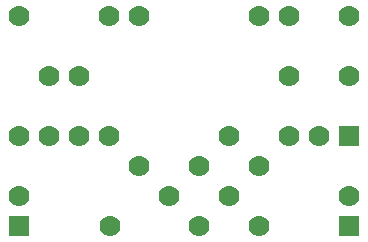
<source format=gtl>
G75*
%MOIN*%
%OFA0B0*%
%FSLAX25Y25*%
%IPPOS*%
%LPD*%
%AMOC8*
5,1,8,0,0,1.08239X$1,22.5*
%
%ADD10R,0.07000X0.07000*%
%ADD11C,0.07000*%
D10*
X0011000Y0011000D03*
X0121000Y0011000D03*
X0121000Y0041000D03*
D11*
X0111000Y0041000D03*
X0101000Y0041000D03*
X0091000Y0031000D03*
X0081000Y0021000D03*
X0071000Y0011000D03*
X0061000Y0021000D03*
X0071000Y0031000D03*
X0081000Y0041000D03*
X0101000Y0061000D03*
X0121000Y0061000D03*
X0121000Y0081000D03*
X0101000Y0081000D03*
X0091000Y0081000D03*
X0051000Y0081000D03*
X0041000Y0081000D03*
X0031000Y0061000D03*
X0021000Y0061000D03*
X0011000Y0081000D03*
X0011000Y0041000D03*
X0021000Y0041000D03*
X0031000Y0041000D03*
X0041000Y0041000D03*
X0050843Y0031000D03*
X0041157Y0011000D03*
X0011000Y0021000D03*
X0091000Y0011000D03*
X0121000Y0021000D03*
M02*

</source>
